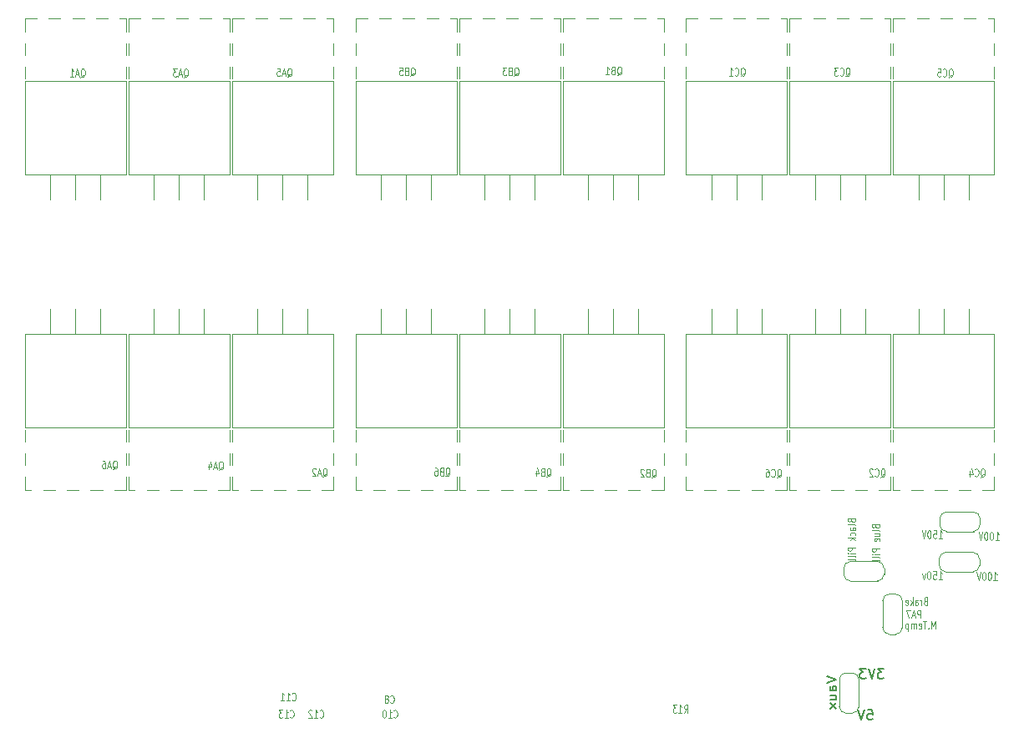
<source format=gbr>
%TF.GenerationSoftware,KiCad,Pcbnew,(6.0.0)*%
%TF.CreationDate,2022-10-29T00:53:35+03:00*%
%TF.ProjectId,CCC_ESC,4343435f-4553-4432-9e6b-696361645f70,rev?*%
%TF.SameCoordinates,Original*%
%TF.FileFunction,Legend,Bot*%
%TF.FilePolarity,Positive*%
%FSLAX46Y46*%
G04 Gerber Fmt 4.6, Leading zero omitted, Abs format (unit mm)*
G04 Created by KiCad (PCBNEW (6.0.0)) date 2022-10-29 00:53:35*
%MOMM*%
%LPD*%
G01*
G04 APERTURE LIST*
%ADD10C,0.120000*%
%ADD11C,0.150000*%
G04 APERTURE END LIST*
D10*
%TO.C,JP5*%
X143478571Y-107311904D02*
X143821428Y-107311904D01*
X143650000Y-107311904D02*
X143650000Y-106511904D01*
X143707142Y-106626190D01*
X143764285Y-106702380D01*
X143821428Y-106740476D01*
X142935714Y-106511904D02*
X143221428Y-106511904D01*
X143250000Y-106892857D01*
X143221428Y-106854761D01*
X143164285Y-106816666D01*
X143021428Y-106816666D01*
X142964285Y-106854761D01*
X142935714Y-106892857D01*
X142907142Y-106969047D01*
X142907142Y-107159523D01*
X142935714Y-107235714D01*
X142964285Y-107273809D01*
X143021428Y-107311904D01*
X143164285Y-107311904D01*
X143221428Y-107273809D01*
X143250000Y-107235714D01*
X142535714Y-106511904D02*
X142478571Y-106511904D01*
X142421428Y-106550000D01*
X142392857Y-106588095D01*
X142364285Y-106664285D01*
X142335714Y-106816666D01*
X142335714Y-107007142D01*
X142364285Y-107159523D01*
X142392857Y-107235714D01*
X142421428Y-107273809D01*
X142478571Y-107311904D01*
X142535714Y-107311904D01*
X142592857Y-107273809D01*
X142621428Y-107235714D01*
X142650000Y-107159523D01*
X142678571Y-107007142D01*
X142678571Y-106816666D01*
X142650000Y-106664285D01*
X142621428Y-106588095D01*
X142592857Y-106550000D01*
X142535714Y-106511904D01*
X142135714Y-106778571D02*
X141992857Y-107311904D01*
X141850000Y-106778571D01*
X149057142Y-107411904D02*
X149400000Y-107411904D01*
X149228571Y-107411904D02*
X149228571Y-106611904D01*
X149285714Y-106726190D01*
X149342857Y-106802380D01*
X149400000Y-106840476D01*
X148685714Y-106611904D02*
X148628571Y-106611904D01*
X148571428Y-106650000D01*
X148542857Y-106688095D01*
X148514285Y-106764285D01*
X148485714Y-106916666D01*
X148485714Y-107107142D01*
X148514285Y-107259523D01*
X148542857Y-107335714D01*
X148571428Y-107373809D01*
X148628571Y-107411904D01*
X148685714Y-107411904D01*
X148742857Y-107373809D01*
X148771428Y-107335714D01*
X148800000Y-107259523D01*
X148828571Y-107107142D01*
X148828571Y-106916666D01*
X148800000Y-106764285D01*
X148771428Y-106688095D01*
X148742857Y-106650000D01*
X148685714Y-106611904D01*
X148114285Y-106611904D02*
X148057142Y-106611904D01*
X148000000Y-106650000D01*
X147971428Y-106688095D01*
X147942857Y-106764285D01*
X147914285Y-106916666D01*
X147914285Y-107107142D01*
X147942857Y-107259523D01*
X147971428Y-107335714D01*
X148000000Y-107373809D01*
X148057142Y-107411904D01*
X148114285Y-107411904D01*
X148171428Y-107373809D01*
X148200000Y-107335714D01*
X148228571Y-107259523D01*
X148257142Y-107107142D01*
X148257142Y-106916666D01*
X148228571Y-106764285D01*
X148200000Y-106688095D01*
X148171428Y-106650000D01*
X148114285Y-106611904D01*
X147742857Y-106611904D02*
X147542857Y-107411904D01*
X147342857Y-106611904D01*
%TO.C,JP4*%
X143507142Y-103161904D02*
X143850000Y-103161904D01*
X143678571Y-103161904D02*
X143678571Y-102361904D01*
X143735714Y-102476190D01*
X143792857Y-102552380D01*
X143850000Y-102590476D01*
X142964285Y-102361904D02*
X143250000Y-102361904D01*
X143278571Y-102742857D01*
X143250000Y-102704761D01*
X143192857Y-102666666D01*
X143050000Y-102666666D01*
X142992857Y-102704761D01*
X142964285Y-102742857D01*
X142935714Y-102819047D01*
X142935714Y-103009523D01*
X142964285Y-103085714D01*
X142992857Y-103123809D01*
X143050000Y-103161904D01*
X143192857Y-103161904D01*
X143250000Y-103123809D01*
X143278571Y-103085714D01*
X142564285Y-102361904D02*
X142507142Y-102361904D01*
X142450000Y-102400000D01*
X142421428Y-102438095D01*
X142392857Y-102514285D01*
X142364285Y-102666666D01*
X142364285Y-102857142D01*
X142392857Y-103009523D01*
X142421428Y-103085714D01*
X142450000Y-103123809D01*
X142507142Y-103161904D01*
X142564285Y-103161904D01*
X142621428Y-103123809D01*
X142650000Y-103085714D01*
X142678571Y-103009523D01*
X142707142Y-102857142D01*
X142707142Y-102666666D01*
X142678571Y-102514285D01*
X142650000Y-102438095D01*
X142621428Y-102400000D01*
X142564285Y-102361904D01*
X142192857Y-102361904D02*
X141992857Y-103161904D01*
X141792857Y-102361904D01*
X149257142Y-103361904D02*
X149600000Y-103361904D01*
X149428571Y-103361904D02*
X149428571Y-102561904D01*
X149485714Y-102676190D01*
X149542857Y-102752380D01*
X149600000Y-102790476D01*
X148885714Y-102561904D02*
X148828571Y-102561904D01*
X148771428Y-102600000D01*
X148742857Y-102638095D01*
X148714285Y-102714285D01*
X148685714Y-102866666D01*
X148685714Y-103057142D01*
X148714285Y-103209523D01*
X148742857Y-103285714D01*
X148771428Y-103323809D01*
X148828571Y-103361904D01*
X148885714Y-103361904D01*
X148942857Y-103323809D01*
X148971428Y-103285714D01*
X149000000Y-103209523D01*
X149028571Y-103057142D01*
X149028571Y-102866666D01*
X149000000Y-102714285D01*
X148971428Y-102638095D01*
X148942857Y-102600000D01*
X148885714Y-102561904D01*
X148314285Y-102561904D02*
X148257142Y-102561904D01*
X148200000Y-102600000D01*
X148171428Y-102638095D01*
X148142857Y-102714285D01*
X148114285Y-102866666D01*
X148114285Y-103057142D01*
X148142857Y-103209523D01*
X148171428Y-103285714D01*
X148200000Y-103323809D01*
X148257142Y-103361904D01*
X148314285Y-103361904D01*
X148371428Y-103323809D01*
X148400000Y-103285714D01*
X148428571Y-103209523D01*
X148457142Y-103057142D01*
X148457142Y-102866666D01*
X148428571Y-102714285D01*
X148400000Y-102638095D01*
X148371428Y-102600000D01*
X148314285Y-102561904D01*
X147942857Y-102561904D02*
X147742857Y-103361904D01*
X147542857Y-102561904D01*
%TO.C,C10*%
X88254714Y-121313974D02*
X88283285Y-121352069D01*
X88369000Y-121390164D01*
X88426142Y-121390164D01*
X88511857Y-121352069D01*
X88569000Y-121275879D01*
X88597571Y-121199688D01*
X88626142Y-121047307D01*
X88626142Y-120933021D01*
X88597571Y-120780640D01*
X88569000Y-120704450D01*
X88511857Y-120628260D01*
X88426142Y-120590164D01*
X88369000Y-120590164D01*
X88283285Y-120628260D01*
X88254714Y-120666355D01*
X87683285Y-121390164D02*
X88026142Y-121390164D01*
X87854714Y-121390164D02*
X87854714Y-120590164D01*
X87911857Y-120704450D01*
X87969000Y-120780640D01*
X88026142Y-120818736D01*
X87311857Y-120590164D02*
X87254714Y-120590164D01*
X87197571Y-120628260D01*
X87169000Y-120666355D01*
X87140428Y-120742545D01*
X87111857Y-120894926D01*
X87111857Y-121085402D01*
X87140428Y-121237783D01*
X87169000Y-121313974D01*
X87197571Y-121352069D01*
X87254714Y-121390164D01*
X87311857Y-121390164D01*
X87369000Y-121352069D01*
X87397571Y-121313974D01*
X87426142Y-121237783D01*
X87454714Y-121085402D01*
X87454714Y-120894926D01*
X87426142Y-120742545D01*
X87397571Y-120666355D01*
X87369000Y-120628260D01*
X87311857Y-120590164D01*
%TO.C,C8*%
X87919000Y-119813974D02*
X87947571Y-119852069D01*
X88033285Y-119890164D01*
X88090428Y-119890164D01*
X88176142Y-119852069D01*
X88233285Y-119775879D01*
X88261857Y-119699688D01*
X88290428Y-119547307D01*
X88290428Y-119433021D01*
X88261857Y-119280640D01*
X88233285Y-119204450D01*
X88176142Y-119128260D01*
X88090428Y-119090164D01*
X88033285Y-119090164D01*
X87947571Y-119128260D01*
X87919000Y-119166355D01*
X87576142Y-119433021D02*
X87633285Y-119394926D01*
X87661857Y-119356831D01*
X87690428Y-119280640D01*
X87690428Y-119242545D01*
X87661857Y-119166355D01*
X87633285Y-119128260D01*
X87576142Y-119090164D01*
X87461857Y-119090164D01*
X87404714Y-119128260D01*
X87376142Y-119166355D01*
X87347571Y-119242545D01*
X87347571Y-119280640D01*
X87376142Y-119356831D01*
X87404714Y-119394926D01*
X87461857Y-119433021D01*
X87576142Y-119433021D01*
X87633285Y-119471117D01*
X87661857Y-119509212D01*
X87690428Y-119585402D01*
X87690428Y-119737783D01*
X87661857Y-119813974D01*
X87633285Y-119852069D01*
X87576142Y-119890164D01*
X87461857Y-119890164D01*
X87404714Y-119852069D01*
X87376142Y-119813974D01*
X87347571Y-119737783D01*
X87347571Y-119585402D01*
X87376142Y-119509212D01*
X87404714Y-119471117D01*
X87461857Y-119433021D01*
%TO.C,C12*%
X80754714Y-121313974D02*
X80783285Y-121352069D01*
X80869000Y-121390164D01*
X80926142Y-121390164D01*
X81011857Y-121352069D01*
X81069000Y-121275879D01*
X81097571Y-121199688D01*
X81126142Y-121047307D01*
X81126142Y-120933021D01*
X81097571Y-120780640D01*
X81069000Y-120704450D01*
X81011857Y-120628260D01*
X80926142Y-120590164D01*
X80869000Y-120590164D01*
X80783285Y-120628260D01*
X80754714Y-120666355D01*
X80183285Y-121390164D02*
X80526142Y-121390164D01*
X80354714Y-121390164D02*
X80354714Y-120590164D01*
X80411857Y-120704450D01*
X80469000Y-120780640D01*
X80526142Y-120818736D01*
X79954714Y-120666355D02*
X79926142Y-120628260D01*
X79869000Y-120590164D01*
X79726142Y-120590164D01*
X79669000Y-120628260D01*
X79640428Y-120666355D01*
X79611857Y-120742545D01*
X79611857Y-120818736D01*
X79640428Y-120933021D01*
X79983285Y-121390164D01*
X79611857Y-121390164D01*
%TO.C,C13*%
X77755714Y-121313974D02*
X77784285Y-121352069D01*
X77870000Y-121390164D01*
X77927142Y-121390164D01*
X78012857Y-121352069D01*
X78070000Y-121275879D01*
X78098571Y-121199688D01*
X78127142Y-121047307D01*
X78127142Y-120933021D01*
X78098571Y-120780640D01*
X78070000Y-120704450D01*
X78012857Y-120628260D01*
X77927142Y-120590164D01*
X77870000Y-120590164D01*
X77784285Y-120628260D01*
X77755714Y-120666355D01*
X77184285Y-121390164D02*
X77527142Y-121390164D01*
X77355714Y-121390164D02*
X77355714Y-120590164D01*
X77412857Y-120704450D01*
X77470000Y-120780640D01*
X77527142Y-120818736D01*
X76984285Y-120590164D02*
X76612857Y-120590164D01*
X76812857Y-120894926D01*
X76727142Y-120894926D01*
X76670000Y-120933021D01*
X76641428Y-120971117D01*
X76612857Y-121047307D01*
X76612857Y-121237783D01*
X76641428Y-121313974D01*
X76670000Y-121352069D01*
X76727142Y-121390164D01*
X76898571Y-121390164D01*
X76955714Y-121352069D01*
X76984285Y-121313974D01*
%TO.C,C11*%
X77954714Y-119563974D02*
X77983285Y-119602069D01*
X78069000Y-119640164D01*
X78126142Y-119640164D01*
X78211857Y-119602069D01*
X78269000Y-119525879D01*
X78297571Y-119449688D01*
X78326142Y-119297307D01*
X78326142Y-119183021D01*
X78297571Y-119030640D01*
X78269000Y-118954450D01*
X78211857Y-118878260D01*
X78126142Y-118840164D01*
X78069000Y-118840164D01*
X77983285Y-118878260D01*
X77954714Y-118916355D01*
X77383285Y-119640164D02*
X77726142Y-119640164D01*
X77554714Y-119640164D02*
X77554714Y-118840164D01*
X77611857Y-118954450D01*
X77669000Y-119030640D01*
X77726142Y-119068736D01*
X76811857Y-119640164D02*
X77154714Y-119640164D01*
X76983285Y-119640164D02*
X76983285Y-118840164D01*
X77040428Y-118954450D01*
X77097571Y-119030640D01*
X77154714Y-119068736D01*
%TO.C,R13*%
X117704714Y-120890164D02*
X117904714Y-120509212D01*
X118047571Y-120890164D02*
X118047571Y-120090164D01*
X117819000Y-120090164D01*
X117761857Y-120128260D01*
X117733285Y-120166355D01*
X117704714Y-120242545D01*
X117704714Y-120356831D01*
X117733285Y-120433021D01*
X117761857Y-120471117D01*
X117819000Y-120509212D01*
X118047571Y-120509212D01*
X117133285Y-120890164D02*
X117476142Y-120890164D01*
X117304714Y-120890164D02*
X117304714Y-120090164D01*
X117361857Y-120204450D01*
X117419000Y-120280640D01*
X117476142Y-120318736D01*
X116933285Y-120090164D02*
X116561857Y-120090164D01*
X116761857Y-120394926D01*
X116676142Y-120394926D01*
X116619000Y-120433021D01*
X116590428Y-120471117D01*
X116561857Y-120547307D01*
X116561857Y-120737783D01*
X116590428Y-120813974D01*
X116619000Y-120852069D01*
X116676142Y-120890164D01*
X116847571Y-120890164D01*
X116904714Y-120852069D01*
X116933285Y-120813974D01*
D11*
%TO.C,JP1*%
X132131380Y-117205402D02*
X133131380Y-117538736D01*
X132131380Y-117872069D01*
X133131380Y-118633974D02*
X132607571Y-118633974D01*
X132512333Y-118586355D01*
X132464714Y-118491117D01*
X132464714Y-118300640D01*
X132512333Y-118205402D01*
X133083761Y-118633974D02*
X133131380Y-118538736D01*
X133131380Y-118300640D01*
X133083761Y-118205402D01*
X132988523Y-118157783D01*
X132893285Y-118157783D01*
X132798047Y-118205402D01*
X132750428Y-118300640D01*
X132750428Y-118538736D01*
X132702809Y-118633974D01*
X132464714Y-119538736D02*
X133131380Y-119538736D01*
X132464714Y-119110164D02*
X132988523Y-119110164D01*
X133083761Y-119157783D01*
X133131380Y-119253021D01*
X133131380Y-119395879D01*
X133083761Y-119491117D01*
X133036142Y-119538736D01*
X133131380Y-119919688D02*
X132464714Y-120443498D01*
X132464714Y-119919688D02*
X133131380Y-120443498D01*
X136299476Y-120580640D02*
X136775666Y-120580640D01*
X136823285Y-121056831D01*
X136775666Y-121009212D01*
X136680428Y-120961593D01*
X136442333Y-120961593D01*
X136347095Y-121009212D01*
X136299476Y-121056831D01*
X136251857Y-121152069D01*
X136251857Y-121390164D01*
X136299476Y-121485402D01*
X136347095Y-121533021D01*
X136442333Y-121580640D01*
X136680428Y-121580640D01*
X136775666Y-121533021D01*
X136823285Y-121485402D01*
X135966142Y-120580640D02*
X135632809Y-121580640D01*
X135299476Y-120580640D01*
X137937095Y-116410640D02*
X137318047Y-116410640D01*
X137651380Y-116791593D01*
X137508523Y-116791593D01*
X137413285Y-116839212D01*
X137365666Y-116886831D01*
X137318047Y-116982069D01*
X137318047Y-117220164D01*
X137365666Y-117315402D01*
X137413285Y-117363021D01*
X137508523Y-117410640D01*
X137794238Y-117410640D01*
X137889476Y-117363021D01*
X137937095Y-117315402D01*
X137032333Y-116410640D02*
X136699000Y-117410640D01*
X136365666Y-116410640D01*
X136127571Y-116410640D02*
X135508523Y-116410640D01*
X135841857Y-116791593D01*
X135699000Y-116791593D01*
X135603761Y-116839212D01*
X135556142Y-116886831D01*
X135508523Y-116982069D01*
X135508523Y-117220164D01*
X135556142Y-117315402D01*
X135603761Y-117363021D01*
X135699000Y-117410640D01*
X135984714Y-117410640D01*
X136079952Y-117363021D01*
X136127571Y-117315402D01*
D10*
%TO.C,QB4*%
X103757142Y-96938095D02*
X103814285Y-96900000D01*
X103871428Y-96823809D01*
X103957142Y-96709523D01*
X104014285Y-96671428D01*
X104071428Y-96671428D01*
X104042857Y-96861904D02*
X104100000Y-96823809D01*
X104157142Y-96747619D01*
X104185714Y-96595238D01*
X104185714Y-96328571D01*
X104157142Y-96176190D01*
X104100000Y-96100000D01*
X104042857Y-96061904D01*
X103928571Y-96061904D01*
X103871428Y-96100000D01*
X103814285Y-96176190D01*
X103785714Y-96328571D01*
X103785714Y-96595238D01*
X103814285Y-96747619D01*
X103871428Y-96823809D01*
X103928571Y-96861904D01*
X104042857Y-96861904D01*
X103328571Y-96442857D02*
X103242857Y-96480952D01*
X103214285Y-96519047D01*
X103185714Y-96595238D01*
X103185714Y-96709523D01*
X103214285Y-96785714D01*
X103242857Y-96823809D01*
X103300000Y-96861904D01*
X103528571Y-96861904D01*
X103528571Y-96061904D01*
X103328571Y-96061904D01*
X103271428Y-96100000D01*
X103242857Y-96138095D01*
X103214285Y-96214285D01*
X103214285Y-96290476D01*
X103242857Y-96366666D01*
X103271428Y-96404761D01*
X103328571Y-96442857D01*
X103528571Y-96442857D01*
X102671428Y-96328571D02*
X102671428Y-96861904D01*
X102814285Y-96023809D02*
X102957142Y-96595238D01*
X102585714Y-96595238D01*
%TO.C,QB5*%
X89957142Y-56288095D02*
X90014285Y-56250000D01*
X90071428Y-56173809D01*
X90157142Y-56059523D01*
X90214285Y-56021428D01*
X90271428Y-56021428D01*
X90242857Y-56211904D02*
X90300000Y-56173809D01*
X90357142Y-56097619D01*
X90385714Y-55945238D01*
X90385714Y-55678571D01*
X90357142Y-55526190D01*
X90300000Y-55450000D01*
X90242857Y-55411904D01*
X90128571Y-55411904D01*
X90071428Y-55450000D01*
X90014285Y-55526190D01*
X89985714Y-55678571D01*
X89985714Y-55945238D01*
X90014285Y-56097619D01*
X90071428Y-56173809D01*
X90128571Y-56211904D01*
X90242857Y-56211904D01*
X89528571Y-55792857D02*
X89442857Y-55830952D01*
X89414285Y-55869047D01*
X89385714Y-55945238D01*
X89385714Y-56059523D01*
X89414285Y-56135714D01*
X89442857Y-56173809D01*
X89500000Y-56211904D01*
X89728571Y-56211904D01*
X89728571Y-55411904D01*
X89528571Y-55411904D01*
X89471428Y-55450000D01*
X89442857Y-55488095D01*
X89414285Y-55564285D01*
X89414285Y-55640476D01*
X89442857Y-55716666D01*
X89471428Y-55754761D01*
X89528571Y-55792857D01*
X89728571Y-55792857D01*
X88842857Y-55411904D02*
X89128571Y-55411904D01*
X89157142Y-55792857D01*
X89128571Y-55754761D01*
X89071428Y-55716666D01*
X88928571Y-55716666D01*
X88871428Y-55754761D01*
X88842857Y-55792857D01*
X88814285Y-55869047D01*
X88814285Y-56059523D01*
X88842857Y-56135714D01*
X88871428Y-56173809D01*
X88928571Y-56211904D01*
X89071428Y-56211904D01*
X89128571Y-56173809D01*
X89157142Y-56135714D01*
%TO.C,QA3*%
X66964285Y-56438095D02*
X67021428Y-56400000D01*
X67078571Y-56323809D01*
X67164285Y-56209523D01*
X67221428Y-56171428D01*
X67278571Y-56171428D01*
X67250000Y-56361904D02*
X67307142Y-56323809D01*
X67364285Y-56247619D01*
X67392857Y-56095238D01*
X67392857Y-55828571D01*
X67364285Y-55676190D01*
X67307142Y-55600000D01*
X67250000Y-55561904D01*
X67135714Y-55561904D01*
X67078571Y-55600000D01*
X67021428Y-55676190D01*
X66992857Y-55828571D01*
X66992857Y-56095238D01*
X67021428Y-56247619D01*
X67078571Y-56323809D01*
X67135714Y-56361904D01*
X67250000Y-56361904D01*
X66764285Y-56133333D02*
X66478571Y-56133333D01*
X66821428Y-56361904D02*
X66621428Y-55561904D01*
X66421428Y-56361904D01*
X66278571Y-55561904D02*
X65907142Y-55561904D01*
X66107142Y-55866666D01*
X66021428Y-55866666D01*
X65964285Y-55904761D01*
X65935714Y-55942857D01*
X65907142Y-56019047D01*
X65907142Y-56209523D01*
X65935714Y-56285714D01*
X65964285Y-56323809D01*
X66021428Y-56361904D01*
X66192857Y-56361904D01*
X66250000Y-56323809D01*
X66278571Y-56285714D01*
%TO.C,QC6*%
X127107142Y-97038095D02*
X127164285Y-97000000D01*
X127221428Y-96923809D01*
X127307142Y-96809523D01*
X127364285Y-96771428D01*
X127421428Y-96771428D01*
X127392857Y-96961904D02*
X127450000Y-96923809D01*
X127507142Y-96847619D01*
X127535714Y-96695238D01*
X127535714Y-96428571D01*
X127507142Y-96276190D01*
X127450000Y-96200000D01*
X127392857Y-96161904D01*
X127278571Y-96161904D01*
X127221428Y-96200000D01*
X127164285Y-96276190D01*
X127135714Y-96428571D01*
X127135714Y-96695238D01*
X127164285Y-96847619D01*
X127221428Y-96923809D01*
X127278571Y-96961904D01*
X127392857Y-96961904D01*
X126535714Y-96885714D02*
X126564285Y-96923809D01*
X126650000Y-96961904D01*
X126707142Y-96961904D01*
X126792857Y-96923809D01*
X126850000Y-96847619D01*
X126878571Y-96771428D01*
X126907142Y-96619047D01*
X126907142Y-96504761D01*
X126878571Y-96352380D01*
X126850000Y-96276190D01*
X126792857Y-96200000D01*
X126707142Y-96161904D01*
X126650000Y-96161904D01*
X126564285Y-96200000D01*
X126535714Y-96238095D01*
X126021428Y-96161904D02*
X126135714Y-96161904D01*
X126192857Y-96200000D01*
X126221428Y-96238095D01*
X126278571Y-96352380D01*
X126307142Y-96504761D01*
X126307142Y-96809523D01*
X126278571Y-96885714D01*
X126250000Y-96923809D01*
X126192857Y-96961904D01*
X126078571Y-96961904D01*
X126021428Y-96923809D01*
X125992857Y-96885714D01*
X125964285Y-96809523D01*
X125964285Y-96619047D01*
X125992857Y-96542857D01*
X126021428Y-96504761D01*
X126078571Y-96466666D01*
X126192857Y-96466666D01*
X126250000Y-96504761D01*
X126278571Y-96542857D01*
X126307142Y-96619047D01*
%TO.C,QC5*%
X144507142Y-56438095D02*
X144564285Y-56400000D01*
X144621428Y-56323809D01*
X144707142Y-56209523D01*
X144764285Y-56171428D01*
X144821428Y-56171428D01*
X144792857Y-56361904D02*
X144850000Y-56323809D01*
X144907142Y-56247619D01*
X144935714Y-56095238D01*
X144935714Y-55828571D01*
X144907142Y-55676190D01*
X144850000Y-55600000D01*
X144792857Y-55561904D01*
X144678571Y-55561904D01*
X144621428Y-55600000D01*
X144564285Y-55676190D01*
X144535714Y-55828571D01*
X144535714Y-56095238D01*
X144564285Y-56247619D01*
X144621428Y-56323809D01*
X144678571Y-56361904D01*
X144792857Y-56361904D01*
X143935714Y-56285714D02*
X143964285Y-56323809D01*
X144050000Y-56361904D01*
X144107142Y-56361904D01*
X144192857Y-56323809D01*
X144250000Y-56247619D01*
X144278571Y-56171428D01*
X144307142Y-56019047D01*
X144307142Y-55904761D01*
X144278571Y-55752380D01*
X144250000Y-55676190D01*
X144192857Y-55600000D01*
X144107142Y-55561904D01*
X144050000Y-55561904D01*
X143964285Y-55600000D01*
X143935714Y-55638095D01*
X143392857Y-55561904D02*
X143678571Y-55561904D01*
X143707142Y-55942857D01*
X143678571Y-55904761D01*
X143621428Y-55866666D01*
X143478571Y-55866666D01*
X143421428Y-55904761D01*
X143392857Y-55942857D01*
X143364285Y-56019047D01*
X143364285Y-56209523D01*
X143392857Y-56285714D01*
X143421428Y-56323809D01*
X143478571Y-56361904D01*
X143621428Y-56361904D01*
X143678571Y-56323809D01*
X143707142Y-56285714D01*
%TO.C,QC4*%
X147757142Y-96988095D02*
X147814285Y-96950000D01*
X147871428Y-96873809D01*
X147957142Y-96759523D01*
X148014285Y-96721428D01*
X148071428Y-96721428D01*
X148042857Y-96911904D02*
X148100000Y-96873809D01*
X148157142Y-96797619D01*
X148185714Y-96645238D01*
X148185714Y-96378571D01*
X148157142Y-96226190D01*
X148100000Y-96150000D01*
X148042857Y-96111904D01*
X147928571Y-96111904D01*
X147871428Y-96150000D01*
X147814285Y-96226190D01*
X147785714Y-96378571D01*
X147785714Y-96645238D01*
X147814285Y-96797619D01*
X147871428Y-96873809D01*
X147928571Y-96911904D01*
X148042857Y-96911904D01*
X147185714Y-96835714D02*
X147214285Y-96873809D01*
X147300000Y-96911904D01*
X147357142Y-96911904D01*
X147442857Y-96873809D01*
X147500000Y-96797619D01*
X147528571Y-96721428D01*
X147557142Y-96569047D01*
X147557142Y-96454761D01*
X147528571Y-96302380D01*
X147500000Y-96226190D01*
X147442857Y-96150000D01*
X147357142Y-96111904D01*
X147300000Y-96111904D01*
X147214285Y-96150000D01*
X147185714Y-96188095D01*
X146671428Y-96378571D02*
X146671428Y-96911904D01*
X146814285Y-96073809D02*
X146957142Y-96645238D01*
X146585714Y-96645238D01*
%TO.C,JP3*%
X134642857Y-101378571D02*
X134680952Y-101464285D01*
X134719047Y-101492857D01*
X134795238Y-101521428D01*
X134909523Y-101521428D01*
X134985714Y-101492857D01*
X135023809Y-101464285D01*
X135061904Y-101407142D01*
X135061904Y-101178571D01*
X134261904Y-101178571D01*
X134261904Y-101378571D01*
X134300000Y-101435714D01*
X134338095Y-101464285D01*
X134414285Y-101492857D01*
X134490476Y-101492857D01*
X134566666Y-101464285D01*
X134604761Y-101435714D01*
X134642857Y-101378571D01*
X134642857Y-101178571D01*
X135061904Y-101864285D02*
X135023809Y-101807142D01*
X134947619Y-101778571D01*
X134261904Y-101778571D01*
X135061904Y-102350000D02*
X134642857Y-102350000D01*
X134566666Y-102321428D01*
X134528571Y-102264285D01*
X134528571Y-102150000D01*
X134566666Y-102092857D01*
X135023809Y-102350000D02*
X135061904Y-102292857D01*
X135061904Y-102150000D01*
X135023809Y-102092857D01*
X134947619Y-102064285D01*
X134871428Y-102064285D01*
X134795238Y-102092857D01*
X134757142Y-102150000D01*
X134757142Y-102292857D01*
X134719047Y-102350000D01*
X135023809Y-102892857D02*
X135061904Y-102835714D01*
X135061904Y-102721428D01*
X135023809Y-102664285D01*
X134985714Y-102635714D01*
X134909523Y-102607142D01*
X134680952Y-102607142D01*
X134604761Y-102635714D01*
X134566666Y-102664285D01*
X134528571Y-102721428D01*
X134528571Y-102835714D01*
X134566666Y-102892857D01*
X135061904Y-103150000D02*
X134261904Y-103150000D01*
X134757142Y-103207142D02*
X135061904Y-103378571D01*
X134528571Y-103378571D02*
X134833333Y-103150000D01*
X135061904Y-104092857D02*
X134261904Y-104092857D01*
X134261904Y-104321428D01*
X134300000Y-104378571D01*
X134338095Y-104407142D01*
X134414285Y-104435714D01*
X134528571Y-104435714D01*
X134604761Y-104407142D01*
X134642857Y-104378571D01*
X134680952Y-104321428D01*
X134680952Y-104092857D01*
X135061904Y-104692857D02*
X134528571Y-104692857D01*
X134261904Y-104692857D02*
X134300000Y-104664285D01*
X134338095Y-104692857D01*
X134300000Y-104721428D01*
X134261904Y-104692857D01*
X134338095Y-104692857D01*
X135061904Y-105064285D02*
X135023809Y-105007142D01*
X134947619Y-104978571D01*
X134261904Y-104978571D01*
X135061904Y-105378571D02*
X135023809Y-105321428D01*
X134947619Y-105292857D01*
X134261904Y-105292857D01*
X137092857Y-101971428D02*
X137130952Y-102057142D01*
X137169047Y-102085714D01*
X137245238Y-102114285D01*
X137359523Y-102114285D01*
X137435714Y-102085714D01*
X137473809Y-102057142D01*
X137511904Y-102000000D01*
X137511904Y-101771428D01*
X136711904Y-101771428D01*
X136711904Y-101971428D01*
X136750000Y-102028571D01*
X136788095Y-102057142D01*
X136864285Y-102085714D01*
X136940476Y-102085714D01*
X137016666Y-102057142D01*
X137054761Y-102028571D01*
X137092857Y-101971428D01*
X137092857Y-101771428D01*
X137511904Y-102457142D02*
X137473809Y-102400000D01*
X137397619Y-102371428D01*
X136711904Y-102371428D01*
X136978571Y-102942857D02*
X137511904Y-102942857D01*
X136978571Y-102685714D02*
X137397619Y-102685714D01*
X137473809Y-102714285D01*
X137511904Y-102771428D01*
X137511904Y-102857142D01*
X137473809Y-102914285D01*
X137435714Y-102942857D01*
X137473809Y-103457142D02*
X137511904Y-103400000D01*
X137511904Y-103285714D01*
X137473809Y-103228571D01*
X137397619Y-103200000D01*
X137092857Y-103200000D01*
X137016666Y-103228571D01*
X136978571Y-103285714D01*
X136978571Y-103400000D01*
X137016666Y-103457142D01*
X137092857Y-103485714D01*
X137169047Y-103485714D01*
X137245238Y-103200000D01*
X137511904Y-104200000D02*
X136711904Y-104200000D01*
X136711904Y-104428571D01*
X136750000Y-104485714D01*
X136788095Y-104514285D01*
X136864285Y-104542857D01*
X136978571Y-104542857D01*
X137054761Y-104514285D01*
X137092857Y-104485714D01*
X137130952Y-104428571D01*
X137130952Y-104200000D01*
X137511904Y-104800000D02*
X136978571Y-104800000D01*
X136711904Y-104800000D02*
X136750000Y-104771428D01*
X136788095Y-104800000D01*
X136750000Y-104828571D01*
X136711904Y-104800000D01*
X136788095Y-104800000D01*
X137511904Y-105171428D02*
X137473809Y-105114285D01*
X137397619Y-105085714D01*
X136711904Y-105085714D01*
X137511904Y-105485714D02*
X137473809Y-105428571D01*
X137397619Y-105400000D01*
X136711904Y-105400000D01*
%TO.C,QA6*%
X59764285Y-96188095D02*
X59821428Y-96150000D01*
X59878571Y-96073809D01*
X59964285Y-95959523D01*
X60021428Y-95921428D01*
X60078571Y-95921428D01*
X60050000Y-96111904D02*
X60107142Y-96073809D01*
X60164285Y-95997619D01*
X60192857Y-95845238D01*
X60192857Y-95578571D01*
X60164285Y-95426190D01*
X60107142Y-95350000D01*
X60050000Y-95311904D01*
X59935714Y-95311904D01*
X59878571Y-95350000D01*
X59821428Y-95426190D01*
X59792857Y-95578571D01*
X59792857Y-95845238D01*
X59821428Y-95997619D01*
X59878571Y-96073809D01*
X59935714Y-96111904D01*
X60050000Y-96111904D01*
X59564285Y-95883333D02*
X59278571Y-95883333D01*
X59621428Y-96111904D02*
X59421428Y-95311904D01*
X59221428Y-96111904D01*
X58764285Y-95311904D02*
X58878571Y-95311904D01*
X58935714Y-95350000D01*
X58964285Y-95388095D01*
X59021428Y-95502380D01*
X59050000Y-95654761D01*
X59050000Y-95959523D01*
X59021428Y-96035714D01*
X58992857Y-96073809D01*
X58935714Y-96111904D01*
X58821428Y-96111904D01*
X58764285Y-96073809D01*
X58735714Y-96035714D01*
X58707142Y-95959523D01*
X58707142Y-95769047D01*
X58735714Y-95692857D01*
X58764285Y-95654761D01*
X58821428Y-95616666D01*
X58935714Y-95616666D01*
X58992857Y-95654761D01*
X59021428Y-95692857D01*
X59050000Y-95769047D01*
%TO.C,QB6*%
X93507142Y-96888095D02*
X93564285Y-96850000D01*
X93621428Y-96773809D01*
X93707142Y-96659523D01*
X93764285Y-96621428D01*
X93821428Y-96621428D01*
X93792857Y-96811904D02*
X93850000Y-96773809D01*
X93907142Y-96697619D01*
X93935714Y-96545238D01*
X93935714Y-96278571D01*
X93907142Y-96126190D01*
X93850000Y-96050000D01*
X93792857Y-96011904D01*
X93678571Y-96011904D01*
X93621428Y-96050000D01*
X93564285Y-96126190D01*
X93535714Y-96278571D01*
X93535714Y-96545238D01*
X93564285Y-96697619D01*
X93621428Y-96773809D01*
X93678571Y-96811904D01*
X93792857Y-96811904D01*
X93078571Y-96392857D02*
X92992857Y-96430952D01*
X92964285Y-96469047D01*
X92935714Y-96545238D01*
X92935714Y-96659523D01*
X92964285Y-96735714D01*
X92992857Y-96773809D01*
X93050000Y-96811904D01*
X93278571Y-96811904D01*
X93278571Y-96011904D01*
X93078571Y-96011904D01*
X93021428Y-96050000D01*
X92992857Y-96088095D01*
X92964285Y-96164285D01*
X92964285Y-96240476D01*
X92992857Y-96316666D01*
X93021428Y-96354761D01*
X93078571Y-96392857D01*
X93278571Y-96392857D01*
X92421428Y-96011904D02*
X92535714Y-96011904D01*
X92592857Y-96050000D01*
X92621428Y-96088095D01*
X92678571Y-96202380D01*
X92707142Y-96354761D01*
X92707142Y-96659523D01*
X92678571Y-96735714D01*
X92650000Y-96773809D01*
X92592857Y-96811904D01*
X92478571Y-96811904D01*
X92421428Y-96773809D01*
X92392857Y-96735714D01*
X92364285Y-96659523D01*
X92364285Y-96469047D01*
X92392857Y-96392857D01*
X92421428Y-96354761D01*
X92478571Y-96316666D01*
X92592857Y-96316666D01*
X92650000Y-96354761D01*
X92678571Y-96392857D01*
X92707142Y-96469047D01*
%TO.C,QB2*%
X114407142Y-97038095D02*
X114464285Y-97000000D01*
X114521428Y-96923809D01*
X114607142Y-96809523D01*
X114664285Y-96771428D01*
X114721428Y-96771428D01*
X114692857Y-96961904D02*
X114750000Y-96923809D01*
X114807142Y-96847619D01*
X114835714Y-96695238D01*
X114835714Y-96428571D01*
X114807142Y-96276190D01*
X114750000Y-96200000D01*
X114692857Y-96161904D01*
X114578571Y-96161904D01*
X114521428Y-96200000D01*
X114464285Y-96276190D01*
X114435714Y-96428571D01*
X114435714Y-96695238D01*
X114464285Y-96847619D01*
X114521428Y-96923809D01*
X114578571Y-96961904D01*
X114692857Y-96961904D01*
X113978571Y-96542857D02*
X113892857Y-96580952D01*
X113864285Y-96619047D01*
X113835714Y-96695238D01*
X113835714Y-96809523D01*
X113864285Y-96885714D01*
X113892857Y-96923809D01*
X113950000Y-96961904D01*
X114178571Y-96961904D01*
X114178571Y-96161904D01*
X113978571Y-96161904D01*
X113921428Y-96200000D01*
X113892857Y-96238095D01*
X113864285Y-96314285D01*
X113864285Y-96390476D01*
X113892857Y-96466666D01*
X113921428Y-96504761D01*
X113978571Y-96542857D01*
X114178571Y-96542857D01*
X113607142Y-96238095D02*
X113578571Y-96200000D01*
X113521428Y-96161904D01*
X113378571Y-96161904D01*
X113321428Y-96200000D01*
X113292857Y-96238095D01*
X113264285Y-96314285D01*
X113264285Y-96390476D01*
X113292857Y-96504761D01*
X113635714Y-96961904D01*
X113264285Y-96961904D01*
%TO.C,QA5*%
X77464285Y-56388095D02*
X77521428Y-56350000D01*
X77578571Y-56273809D01*
X77664285Y-56159523D01*
X77721428Y-56121428D01*
X77778571Y-56121428D01*
X77750000Y-56311904D02*
X77807142Y-56273809D01*
X77864285Y-56197619D01*
X77892857Y-56045238D01*
X77892857Y-55778571D01*
X77864285Y-55626190D01*
X77807142Y-55550000D01*
X77750000Y-55511904D01*
X77635714Y-55511904D01*
X77578571Y-55550000D01*
X77521428Y-55626190D01*
X77492857Y-55778571D01*
X77492857Y-56045238D01*
X77521428Y-56197619D01*
X77578571Y-56273809D01*
X77635714Y-56311904D01*
X77750000Y-56311904D01*
X77264285Y-56083333D02*
X76978571Y-56083333D01*
X77321428Y-56311904D02*
X77121428Y-55511904D01*
X76921428Y-56311904D01*
X76435714Y-55511904D02*
X76721428Y-55511904D01*
X76750000Y-55892857D01*
X76721428Y-55854761D01*
X76664285Y-55816666D01*
X76521428Y-55816666D01*
X76464285Y-55854761D01*
X76435714Y-55892857D01*
X76407142Y-55969047D01*
X76407142Y-56159523D01*
X76435714Y-56235714D01*
X76464285Y-56273809D01*
X76521428Y-56311904D01*
X76664285Y-56311904D01*
X76721428Y-56273809D01*
X76750000Y-56235714D01*
%TO.C,JP2*%
X143150000Y-112361904D02*
X143150000Y-111561904D01*
X142950000Y-112133333D01*
X142750000Y-111561904D01*
X142750000Y-112361904D01*
X142464285Y-112285714D02*
X142435714Y-112323809D01*
X142464285Y-112361904D01*
X142492857Y-112323809D01*
X142464285Y-112285714D01*
X142464285Y-112361904D01*
X142264285Y-111561904D02*
X141921428Y-111561904D01*
X142092857Y-112361904D02*
X142092857Y-111561904D01*
X141492857Y-112323809D02*
X141550000Y-112361904D01*
X141664285Y-112361904D01*
X141721428Y-112323809D01*
X141750000Y-112247619D01*
X141750000Y-111942857D01*
X141721428Y-111866666D01*
X141664285Y-111828571D01*
X141550000Y-111828571D01*
X141492857Y-111866666D01*
X141464285Y-111942857D01*
X141464285Y-112019047D01*
X141750000Y-112095238D01*
X141207142Y-112361904D02*
X141207142Y-111828571D01*
X141207142Y-111904761D02*
X141178571Y-111866666D01*
X141121428Y-111828571D01*
X141035714Y-111828571D01*
X140978571Y-111866666D01*
X140950000Y-111942857D01*
X140950000Y-112361904D01*
X140950000Y-111942857D02*
X140921428Y-111866666D01*
X140864285Y-111828571D01*
X140778571Y-111828571D01*
X140721428Y-111866666D01*
X140692857Y-111942857D01*
X140692857Y-112361904D01*
X140407142Y-111828571D02*
X140407142Y-112628571D01*
X140407142Y-111866666D02*
X140350000Y-111828571D01*
X140235714Y-111828571D01*
X140178571Y-111866666D01*
X140150000Y-111904761D01*
X140121428Y-111980952D01*
X140121428Y-112209523D01*
X140150000Y-112285714D01*
X140178571Y-112323809D01*
X140235714Y-112361904D01*
X140350000Y-112361904D01*
X140407142Y-112323809D01*
X142164285Y-109542857D02*
X142078571Y-109580952D01*
X142050000Y-109619047D01*
X142021428Y-109695238D01*
X142021428Y-109809523D01*
X142050000Y-109885714D01*
X142078571Y-109923809D01*
X142135714Y-109961904D01*
X142364285Y-109961904D01*
X142364285Y-109161904D01*
X142164285Y-109161904D01*
X142107142Y-109200000D01*
X142078571Y-109238095D01*
X142050000Y-109314285D01*
X142050000Y-109390476D01*
X142078571Y-109466666D01*
X142107142Y-109504761D01*
X142164285Y-109542857D01*
X142364285Y-109542857D01*
X141764285Y-109961904D02*
X141764285Y-109428571D01*
X141764285Y-109580952D02*
X141735714Y-109504761D01*
X141707142Y-109466666D01*
X141650000Y-109428571D01*
X141592857Y-109428571D01*
X141135714Y-109961904D02*
X141135714Y-109542857D01*
X141164285Y-109466666D01*
X141221428Y-109428571D01*
X141335714Y-109428571D01*
X141392857Y-109466666D01*
X141135714Y-109923809D02*
X141192857Y-109961904D01*
X141335714Y-109961904D01*
X141392857Y-109923809D01*
X141421428Y-109847619D01*
X141421428Y-109771428D01*
X141392857Y-109695238D01*
X141335714Y-109657142D01*
X141192857Y-109657142D01*
X141135714Y-109619047D01*
X140850000Y-109961904D02*
X140850000Y-109161904D01*
X140792857Y-109657142D02*
X140621428Y-109961904D01*
X140621428Y-109428571D02*
X140850000Y-109733333D01*
X140135714Y-109923809D02*
X140192857Y-109961904D01*
X140307142Y-109961904D01*
X140364285Y-109923809D01*
X140392857Y-109847619D01*
X140392857Y-109542857D01*
X140364285Y-109466666D01*
X140307142Y-109428571D01*
X140192857Y-109428571D01*
X140135714Y-109466666D01*
X140107142Y-109542857D01*
X140107142Y-109619047D01*
X140392857Y-109695238D01*
X141650000Y-111261904D02*
X141650000Y-110461904D01*
X141421428Y-110461904D01*
X141364285Y-110500000D01*
X141335714Y-110538095D01*
X141307142Y-110614285D01*
X141307142Y-110728571D01*
X141335714Y-110804761D01*
X141364285Y-110842857D01*
X141421428Y-110880952D01*
X141650000Y-110880952D01*
X141078571Y-111033333D02*
X140792857Y-111033333D01*
X141135714Y-111261904D02*
X140935714Y-110461904D01*
X140735714Y-111261904D01*
X140592857Y-110461904D02*
X140192857Y-110461904D01*
X140450000Y-111261904D01*
%TO.C,QA1*%
X56514285Y-56438095D02*
X56571428Y-56400000D01*
X56628571Y-56323809D01*
X56714285Y-56209523D01*
X56771428Y-56171428D01*
X56828571Y-56171428D01*
X56800000Y-56361904D02*
X56857142Y-56323809D01*
X56914285Y-56247619D01*
X56942857Y-56095238D01*
X56942857Y-55828571D01*
X56914285Y-55676190D01*
X56857142Y-55600000D01*
X56800000Y-55561904D01*
X56685714Y-55561904D01*
X56628571Y-55600000D01*
X56571428Y-55676190D01*
X56542857Y-55828571D01*
X56542857Y-56095238D01*
X56571428Y-56247619D01*
X56628571Y-56323809D01*
X56685714Y-56361904D01*
X56800000Y-56361904D01*
X56314285Y-56133333D02*
X56028571Y-56133333D01*
X56371428Y-56361904D02*
X56171428Y-55561904D01*
X55971428Y-56361904D01*
X55457142Y-56361904D02*
X55800000Y-56361904D01*
X55628571Y-56361904D02*
X55628571Y-55561904D01*
X55685714Y-55676190D01*
X55742857Y-55752380D01*
X55800000Y-55790476D01*
%TO.C,QB3*%
X100457142Y-56288095D02*
X100514285Y-56250000D01*
X100571428Y-56173809D01*
X100657142Y-56059523D01*
X100714285Y-56021428D01*
X100771428Y-56021428D01*
X100742857Y-56211904D02*
X100800000Y-56173809D01*
X100857142Y-56097619D01*
X100885714Y-55945238D01*
X100885714Y-55678571D01*
X100857142Y-55526190D01*
X100800000Y-55450000D01*
X100742857Y-55411904D01*
X100628571Y-55411904D01*
X100571428Y-55450000D01*
X100514285Y-55526190D01*
X100485714Y-55678571D01*
X100485714Y-55945238D01*
X100514285Y-56097619D01*
X100571428Y-56173809D01*
X100628571Y-56211904D01*
X100742857Y-56211904D01*
X100028571Y-55792857D02*
X99942857Y-55830952D01*
X99914285Y-55869047D01*
X99885714Y-55945238D01*
X99885714Y-56059523D01*
X99914285Y-56135714D01*
X99942857Y-56173809D01*
X100000000Y-56211904D01*
X100228571Y-56211904D01*
X100228571Y-55411904D01*
X100028571Y-55411904D01*
X99971428Y-55450000D01*
X99942857Y-55488095D01*
X99914285Y-55564285D01*
X99914285Y-55640476D01*
X99942857Y-55716666D01*
X99971428Y-55754761D01*
X100028571Y-55792857D01*
X100228571Y-55792857D01*
X99685714Y-55411904D02*
X99314285Y-55411904D01*
X99514285Y-55716666D01*
X99428571Y-55716666D01*
X99371428Y-55754761D01*
X99342857Y-55792857D01*
X99314285Y-55869047D01*
X99314285Y-56059523D01*
X99342857Y-56135714D01*
X99371428Y-56173809D01*
X99428571Y-56211904D01*
X99600000Y-56211904D01*
X99657142Y-56173809D01*
X99685714Y-56135714D01*
%TO.C,QC3*%
X134057142Y-56338095D02*
X134114285Y-56300000D01*
X134171428Y-56223809D01*
X134257142Y-56109523D01*
X134314285Y-56071428D01*
X134371428Y-56071428D01*
X134342857Y-56261904D02*
X134400000Y-56223809D01*
X134457142Y-56147619D01*
X134485714Y-55995238D01*
X134485714Y-55728571D01*
X134457142Y-55576190D01*
X134400000Y-55500000D01*
X134342857Y-55461904D01*
X134228571Y-55461904D01*
X134171428Y-55500000D01*
X134114285Y-55576190D01*
X134085714Y-55728571D01*
X134085714Y-55995238D01*
X134114285Y-56147619D01*
X134171428Y-56223809D01*
X134228571Y-56261904D01*
X134342857Y-56261904D01*
X133485714Y-56185714D02*
X133514285Y-56223809D01*
X133600000Y-56261904D01*
X133657142Y-56261904D01*
X133742857Y-56223809D01*
X133800000Y-56147619D01*
X133828571Y-56071428D01*
X133857142Y-55919047D01*
X133857142Y-55804761D01*
X133828571Y-55652380D01*
X133800000Y-55576190D01*
X133742857Y-55500000D01*
X133657142Y-55461904D01*
X133600000Y-55461904D01*
X133514285Y-55500000D01*
X133485714Y-55538095D01*
X133285714Y-55461904D02*
X132914285Y-55461904D01*
X133114285Y-55766666D01*
X133028571Y-55766666D01*
X132971428Y-55804761D01*
X132942857Y-55842857D01*
X132914285Y-55919047D01*
X132914285Y-56109523D01*
X132942857Y-56185714D01*
X132971428Y-56223809D01*
X133028571Y-56261904D01*
X133200000Y-56261904D01*
X133257142Y-56223809D01*
X133285714Y-56185714D01*
%TO.C,QA4*%
X70514285Y-96288095D02*
X70571428Y-96250000D01*
X70628571Y-96173809D01*
X70714285Y-96059523D01*
X70771428Y-96021428D01*
X70828571Y-96021428D01*
X70800000Y-96211904D02*
X70857142Y-96173809D01*
X70914285Y-96097619D01*
X70942857Y-95945238D01*
X70942857Y-95678571D01*
X70914285Y-95526190D01*
X70857142Y-95450000D01*
X70800000Y-95411904D01*
X70685714Y-95411904D01*
X70628571Y-95450000D01*
X70571428Y-95526190D01*
X70542857Y-95678571D01*
X70542857Y-95945238D01*
X70571428Y-96097619D01*
X70628571Y-96173809D01*
X70685714Y-96211904D01*
X70800000Y-96211904D01*
X70314285Y-95983333D02*
X70028571Y-95983333D01*
X70371428Y-96211904D02*
X70171428Y-95411904D01*
X69971428Y-96211904D01*
X69514285Y-95678571D02*
X69514285Y-96211904D01*
X69657142Y-95373809D02*
X69800000Y-95945238D01*
X69428571Y-95945238D01*
%TO.C,QC2*%
X137607142Y-96988095D02*
X137664285Y-96950000D01*
X137721428Y-96873809D01*
X137807142Y-96759523D01*
X137864285Y-96721428D01*
X137921428Y-96721428D01*
X137892857Y-96911904D02*
X137950000Y-96873809D01*
X138007142Y-96797619D01*
X138035714Y-96645238D01*
X138035714Y-96378571D01*
X138007142Y-96226190D01*
X137950000Y-96150000D01*
X137892857Y-96111904D01*
X137778571Y-96111904D01*
X137721428Y-96150000D01*
X137664285Y-96226190D01*
X137635714Y-96378571D01*
X137635714Y-96645238D01*
X137664285Y-96797619D01*
X137721428Y-96873809D01*
X137778571Y-96911904D01*
X137892857Y-96911904D01*
X137035714Y-96835714D02*
X137064285Y-96873809D01*
X137150000Y-96911904D01*
X137207142Y-96911904D01*
X137292857Y-96873809D01*
X137350000Y-96797619D01*
X137378571Y-96721428D01*
X137407142Y-96569047D01*
X137407142Y-96454761D01*
X137378571Y-96302380D01*
X137350000Y-96226190D01*
X137292857Y-96150000D01*
X137207142Y-96111904D01*
X137150000Y-96111904D01*
X137064285Y-96150000D01*
X137035714Y-96188095D01*
X136807142Y-96188095D02*
X136778571Y-96150000D01*
X136721428Y-96111904D01*
X136578571Y-96111904D01*
X136521428Y-96150000D01*
X136492857Y-96188095D01*
X136464285Y-96264285D01*
X136464285Y-96340476D01*
X136492857Y-96454761D01*
X136835714Y-96911904D01*
X136464285Y-96911904D01*
%TO.C,QC1*%
X123407142Y-56338095D02*
X123464285Y-56300000D01*
X123521428Y-56223809D01*
X123607142Y-56109523D01*
X123664285Y-56071428D01*
X123721428Y-56071428D01*
X123692857Y-56261904D02*
X123750000Y-56223809D01*
X123807142Y-56147619D01*
X123835714Y-55995238D01*
X123835714Y-55728571D01*
X123807142Y-55576190D01*
X123750000Y-55500000D01*
X123692857Y-55461904D01*
X123578571Y-55461904D01*
X123521428Y-55500000D01*
X123464285Y-55576190D01*
X123435714Y-55728571D01*
X123435714Y-55995238D01*
X123464285Y-56147619D01*
X123521428Y-56223809D01*
X123578571Y-56261904D01*
X123692857Y-56261904D01*
X122835714Y-56185714D02*
X122864285Y-56223809D01*
X122950000Y-56261904D01*
X123007142Y-56261904D01*
X123092857Y-56223809D01*
X123150000Y-56147619D01*
X123178571Y-56071428D01*
X123207142Y-55919047D01*
X123207142Y-55804761D01*
X123178571Y-55652380D01*
X123150000Y-55576190D01*
X123092857Y-55500000D01*
X123007142Y-55461904D01*
X122950000Y-55461904D01*
X122864285Y-55500000D01*
X122835714Y-55538095D01*
X122264285Y-56261904D02*
X122607142Y-56261904D01*
X122435714Y-56261904D02*
X122435714Y-55461904D01*
X122492857Y-55576190D01*
X122550000Y-55652380D01*
X122607142Y-55690476D01*
%TO.C,QA2*%
X81064285Y-96938095D02*
X81121428Y-96900000D01*
X81178571Y-96823809D01*
X81264285Y-96709523D01*
X81321428Y-96671428D01*
X81378571Y-96671428D01*
X81350000Y-96861904D02*
X81407142Y-96823809D01*
X81464285Y-96747619D01*
X81492857Y-96595238D01*
X81492857Y-96328571D01*
X81464285Y-96176190D01*
X81407142Y-96100000D01*
X81350000Y-96061904D01*
X81235714Y-96061904D01*
X81178571Y-96100000D01*
X81121428Y-96176190D01*
X81092857Y-96328571D01*
X81092857Y-96595238D01*
X81121428Y-96747619D01*
X81178571Y-96823809D01*
X81235714Y-96861904D01*
X81350000Y-96861904D01*
X80864285Y-96633333D02*
X80578571Y-96633333D01*
X80921428Y-96861904D02*
X80721428Y-96061904D01*
X80521428Y-96861904D01*
X80350000Y-96138095D02*
X80321428Y-96100000D01*
X80264285Y-96061904D01*
X80121428Y-96061904D01*
X80064285Y-96100000D01*
X80035714Y-96138095D01*
X80007142Y-96214285D01*
X80007142Y-96290476D01*
X80035714Y-96404761D01*
X80378571Y-96861904D01*
X80007142Y-96861904D01*
%TO.C,QB1*%
X110907142Y-56238095D02*
X110964285Y-56200000D01*
X111021428Y-56123809D01*
X111107142Y-56009523D01*
X111164285Y-55971428D01*
X111221428Y-55971428D01*
X111192857Y-56161904D02*
X111250000Y-56123809D01*
X111307142Y-56047619D01*
X111335714Y-55895238D01*
X111335714Y-55628571D01*
X111307142Y-55476190D01*
X111250000Y-55400000D01*
X111192857Y-55361904D01*
X111078571Y-55361904D01*
X111021428Y-55400000D01*
X110964285Y-55476190D01*
X110935714Y-55628571D01*
X110935714Y-55895238D01*
X110964285Y-56047619D01*
X111021428Y-56123809D01*
X111078571Y-56161904D01*
X111192857Y-56161904D01*
X110478571Y-55742857D02*
X110392857Y-55780952D01*
X110364285Y-55819047D01*
X110335714Y-55895238D01*
X110335714Y-56009523D01*
X110364285Y-56085714D01*
X110392857Y-56123809D01*
X110450000Y-56161904D01*
X110678571Y-56161904D01*
X110678571Y-55361904D01*
X110478571Y-55361904D01*
X110421428Y-55400000D01*
X110392857Y-55438095D01*
X110364285Y-55514285D01*
X110364285Y-55590476D01*
X110392857Y-55666666D01*
X110421428Y-55704761D01*
X110478571Y-55742857D01*
X110678571Y-55742857D01*
X109764285Y-56161904D02*
X110107142Y-56161904D01*
X109935714Y-56161904D02*
X109935714Y-55361904D01*
X109992857Y-55476190D01*
X110050000Y-55552380D01*
X110107142Y-55590476D01*
%TO.C,JP5*%
X147650000Y-105900000D02*
X147650000Y-105300000D01*
X144200000Y-106600000D02*
X147000000Y-106600000D01*
X143550000Y-105300000D02*
X143550000Y-105900000D01*
X147000000Y-104600000D02*
X144200000Y-104600000D01*
X144250000Y-104600000D02*
G75*
G03*
X143550000Y-105300000I0J-700000D01*
G01*
X143550000Y-105900000D02*
G75*
G03*
X144250000Y-106600000I700000J0D01*
G01*
X146950000Y-106600000D02*
G75*
G03*
X147650000Y-105900000I0J700000D01*
G01*
X147650000Y-105300000D02*
G75*
G03*
X146950000Y-104600000I-700000J0D01*
G01*
%TO.C,JP4*%
X147700000Y-101800000D02*
X147700000Y-101200000D01*
X144250000Y-102500000D02*
X147050000Y-102500000D01*
X143600000Y-101200000D02*
X143600000Y-101800000D01*
X147050000Y-100500000D02*
X144250000Y-100500000D01*
X144300000Y-100500000D02*
G75*
G03*
X143600000Y-101200000I0J-700000D01*
G01*
X143600000Y-101800000D02*
G75*
G03*
X144300000Y-102500000I700000J0D01*
G01*
X147000000Y-102500000D02*
G75*
G03*
X147700000Y-101800000I0J700000D01*
G01*
X147700000Y-101200000D02*
G75*
G03*
X147000000Y-100500000I-700000J0D01*
G01*
%TO.C,JP1*%
X134119000Y-120928260D02*
X134719000Y-120928260D01*
X135419000Y-120278260D02*
X135419000Y-117478260D01*
X133419000Y-117478260D02*
X133419000Y-120278260D01*
X134719000Y-116828260D02*
X134119000Y-116828260D01*
X134719000Y-120928260D02*
G75*
G03*
X135419000Y-120228260I1J699999D01*
G01*
X135419000Y-117528260D02*
G75*
G03*
X134719000Y-116828260I-699999J1D01*
G01*
X133419000Y-120228260D02*
G75*
G03*
X134119000Y-120928260I699999J-1D01*
G01*
X134119000Y-116828260D02*
G75*
G03*
X133419000Y-117528260I-1J-699999D01*
G01*
%TO.C,QB4*%
X97920000Y-98330000D02*
X96720000Y-98330000D01*
X100000000Y-79900000D02*
X100000000Y-82440000D01*
X105120000Y-91930000D02*
X94880000Y-91930000D01*
X105120000Y-82440000D02*
X105120000Y-91930000D01*
X105120000Y-98330000D02*
X103920000Y-98330000D01*
X105120000Y-82440000D02*
X94880000Y-82440000D01*
X102721000Y-98330000D02*
X101520000Y-98330000D01*
X94880000Y-92170000D02*
X94880000Y-93370000D01*
X97460000Y-79900000D02*
X97460000Y-82440000D01*
X105120000Y-94570000D02*
X105120000Y-95770000D01*
X102540000Y-79900000D02*
X102540000Y-82440000D01*
X105120000Y-96970000D02*
X105120000Y-98170000D01*
X94880000Y-94570000D02*
X94880000Y-95770000D01*
X94880000Y-82440000D02*
X94880000Y-91930000D01*
X100320000Y-98330000D02*
X99120000Y-98330000D01*
X94880000Y-96970000D02*
X94880000Y-98170000D01*
X105120000Y-92170000D02*
X105120000Y-93370000D01*
X95520000Y-98330000D02*
X94880000Y-98330000D01*
%TO.C,QB5*%
X84380000Y-56580000D02*
X84380000Y-55380000D01*
X84380000Y-66310000D02*
X94620000Y-66310000D01*
X94620000Y-54180000D02*
X94620000Y-52980000D01*
X92040000Y-68850000D02*
X92040000Y-66310000D01*
X84380000Y-66310000D02*
X84380000Y-56820000D01*
X84380000Y-50420000D02*
X85580000Y-50420000D01*
X94620000Y-66310000D02*
X94620000Y-56820000D01*
X84380000Y-51780000D02*
X84380000Y-50580000D01*
X86960000Y-68850000D02*
X86960000Y-66310000D01*
X94620000Y-51780000D02*
X94620000Y-50580000D01*
X86779000Y-50420000D02*
X87980000Y-50420000D01*
X89500000Y-68850000D02*
X89500000Y-66310000D01*
X94620000Y-56580000D02*
X94620000Y-55380000D01*
X93980000Y-50420000D02*
X94620000Y-50420000D01*
X84380000Y-56820000D02*
X94620000Y-56820000D01*
X84380000Y-54180000D02*
X84380000Y-52980000D01*
X89180000Y-50420000D02*
X90380000Y-50420000D01*
X91580000Y-50420000D02*
X92780000Y-50420000D01*
%TO.C,QA3*%
X61380000Y-56820000D02*
X71620000Y-56820000D01*
X71620000Y-54180000D02*
X71620000Y-52980000D01*
X61380000Y-66310000D02*
X71620000Y-66310000D01*
X61380000Y-50420000D02*
X62580000Y-50420000D01*
X71620000Y-66310000D02*
X71620000Y-56820000D01*
X71620000Y-51780000D02*
X71620000Y-50580000D01*
X66500000Y-68850000D02*
X66500000Y-66310000D01*
X61380000Y-51780000D02*
X61380000Y-50580000D01*
X66180000Y-50420000D02*
X67380000Y-50420000D01*
X71620000Y-56580000D02*
X71620000Y-55380000D01*
X61380000Y-54180000D02*
X61380000Y-52980000D01*
X70980000Y-50420000D02*
X71620000Y-50420000D01*
X63779000Y-50420000D02*
X64980000Y-50420000D01*
X63960000Y-68850000D02*
X63960000Y-66310000D01*
X61380000Y-56580000D02*
X61380000Y-55380000D01*
X69040000Y-68850000D02*
X69040000Y-66310000D01*
X61380000Y-66310000D02*
X61380000Y-56820000D01*
X68580000Y-50420000D02*
X69780000Y-50420000D01*
%TO.C,QC6*%
X123320000Y-98330000D02*
X122120000Y-98330000D01*
X120460000Y-79900000D02*
X120460000Y-82440000D01*
X128120000Y-92170000D02*
X128120000Y-93370000D01*
X118520000Y-98330000D02*
X117880000Y-98330000D01*
X128120000Y-82440000D02*
X117880000Y-82440000D01*
X117880000Y-92170000D02*
X117880000Y-93370000D01*
X125540000Y-79900000D02*
X125540000Y-82440000D01*
X128120000Y-96970000D02*
X128120000Y-98170000D01*
X120920000Y-98330000D02*
X119720000Y-98330000D01*
X128120000Y-91930000D02*
X117880000Y-91930000D01*
X117880000Y-96970000D02*
X117880000Y-98170000D01*
X128120000Y-94570000D02*
X128120000Y-95770000D01*
X123000000Y-79900000D02*
X123000000Y-82440000D01*
X128120000Y-98330000D02*
X126920000Y-98330000D01*
X125721000Y-98330000D02*
X124520000Y-98330000D01*
X128120000Y-82440000D02*
X128120000Y-91930000D01*
X117880000Y-94570000D02*
X117880000Y-95770000D01*
X117880000Y-82440000D02*
X117880000Y-91930000D01*
%TO.C,QC5*%
X149120000Y-66310000D02*
X149120000Y-56820000D01*
X138880000Y-56580000D02*
X138880000Y-55380000D01*
X138880000Y-54180000D02*
X138880000Y-52980000D01*
X138880000Y-50420000D02*
X140080000Y-50420000D01*
X149120000Y-56580000D02*
X149120000Y-55380000D01*
X141279000Y-50420000D02*
X142480000Y-50420000D01*
X138880000Y-66310000D02*
X149120000Y-66310000D01*
X144000000Y-68850000D02*
X144000000Y-66310000D01*
X143680000Y-50420000D02*
X144880000Y-50420000D01*
X146080000Y-50420000D02*
X147280000Y-50420000D01*
X138880000Y-66310000D02*
X138880000Y-56820000D01*
X149120000Y-54180000D02*
X149120000Y-52980000D01*
X138880000Y-56820000D02*
X149120000Y-56820000D01*
X146540000Y-68850000D02*
X146540000Y-66310000D01*
X138880000Y-51780000D02*
X138880000Y-50580000D01*
X149120000Y-51780000D02*
X149120000Y-50580000D01*
X148480000Y-50420000D02*
X149120000Y-50420000D01*
X141460000Y-68850000D02*
X141460000Y-66310000D01*
%TO.C,QC4*%
X149120000Y-92170000D02*
X149120000Y-93370000D01*
X149120000Y-98330000D02*
X147920000Y-98330000D01*
X146540000Y-79900000D02*
X146540000Y-82440000D01*
X141460000Y-79900000D02*
X141460000Y-82440000D01*
X138880000Y-96970000D02*
X138880000Y-98170000D01*
X149120000Y-94570000D02*
X149120000Y-95770000D01*
X138880000Y-94570000D02*
X138880000Y-95770000D01*
X138880000Y-82440000D02*
X138880000Y-91930000D01*
X149120000Y-82440000D02*
X138880000Y-82440000D01*
X146721000Y-98330000D02*
X145520000Y-98330000D01*
X144000000Y-79900000D02*
X144000000Y-82440000D01*
X149120000Y-91930000D02*
X138880000Y-91930000D01*
X139520000Y-98330000D02*
X138880000Y-98330000D01*
X138880000Y-92170000D02*
X138880000Y-93370000D01*
X149120000Y-96970000D02*
X149120000Y-98170000D01*
X144320000Y-98330000D02*
X143120000Y-98330000D01*
X149120000Y-82440000D02*
X149120000Y-91930000D01*
X141920000Y-98330000D02*
X140720000Y-98330000D01*
%TO.C,JP3*%
X137969000Y-106828260D02*
X137969000Y-106228260D01*
X133869000Y-106228260D02*
X133869000Y-106828260D01*
X134519000Y-107528260D02*
X137319000Y-107528260D01*
X137319000Y-105528260D02*
X134519000Y-105528260D01*
X137969000Y-106228260D02*
G75*
G03*
X137269000Y-105528260I-699999J1D01*
G01*
X133869000Y-106828260D02*
G75*
G03*
X134569000Y-107528260I699999J-1D01*
G01*
X134569000Y-105528260D02*
G75*
G03*
X133869000Y-106228260I-1J-699999D01*
G01*
X137269000Y-107528260D02*
G75*
G03*
X137969000Y-106828260I1J699999D01*
G01*
%TO.C,QA6*%
X50880000Y-96970000D02*
X50880000Y-98170000D01*
X61120000Y-94570000D02*
X61120000Y-95770000D01*
X61120000Y-98330000D02*
X59920000Y-98330000D01*
X50880000Y-92170000D02*
X50880000Y-93370000D01*
X61120000Y-91930000D02*
X50880000Y-91930000D01*
X58540000Y-79900000D02*
X58540000Y-82440000D01*
X61120000Y-92170000D02*
X61120000Y-93370000D01*
X50880000Y-94570000D02*
X50880000Y-95770000D01*
X58721000Y-98330000D02*
X57520000Y-98330000D01*
X56320000Y-98330000D02*
X55120000Y-98330000D01*
X61120000Y-96970000D02*
X61120000Y-98170000D01*
X53920000Y-98330000D02*
X52720000Y-98330000D01*
X51520000Y-98330000D02*
X50880000Y-98330000D01*
X61120000Y-82440000D02*
X50880000Y-82440000D01*
X53460000Y-79900000D02*
X53460000Y-82440000D01*
X56000000Y-79900000D02*
X56000000Y-82440000D01*
X61120000Y-82440000D02*
X61120000Y-91930000D01*
X50880000Y-82440000D02*
X50880000Y-91930000D01*
%TO.C,QB6*%
X94620000Y-98330000D02*
X93420000Y-98330000D01*
X94620000Y-82440000D02*
X84380000Y-82440000D01*
X87420000Y-98330000D02*
X86220000Y-98330000D01*
X84380000Y-96970000D02*
X84380000Y-98170000D01*
X89500000Y-79900000D02*
X89500000Y-82440000D01*
X85020000Y-98330000D02*
X84380000Y-98330000D01*
X84380000Y-94570000D02*
X84380000Y-95770000D01*
X86960000Y-79900000D02*
X86960000Y-82440000D01*
X94620000Y-91930000D02*
X84380000Y-91930000D01*
X94620000Y-92170000D02*
X94620000Y-93370000D01*
X94620000Y-94570000D02*
X94620000Y-95770000D01*
X94620000Y-96970000D02*
X94620000Y-98170000D01*
X92040000Y-79900000D02*
X92040000Y-82440000D01*
X94620000Y-82440000D02*
X94620000Y-91930000D01*
X84380000Y-92170000D02*
X84380000Y-93370000D01*
X89820000Y-98330000D02*
X88620000Y-98330000D01*
X92221000Y-98330000D02*
X91020000Y-98330000D01*
X84380000Y-82440000D02*
X84380000Y-91930000D01*
%TO.C,QB2*%
X115620000Y-82440000D02*
X105380000Y-82440000D01*
X115620000Y-96970000D02*
X115620000Y-98170000D01*
X105380000Y-94570000D02*
X105380000Y-95770000D01*
X107960000Y-79900000D02*
X107960000Y-82440000D01*
X106020000Y-98330000D02*
X105380000Y-98330000D01*
X113221000Y-98330000D02*
X112020000Y-98330000D01*
X105380000Y-96970000D02*
X105380000Y-98170000D01*
X105380000Y-92170000D02*
X105380000Y-93370000D01*
X110500000Y-79900000D02*
X110500000Y-82440000D01*
X115620000Y-91930000D02*
X105380000Y-91930000D01*
X113040000Y-79900000D02*
X113040000Y-82440000D01*
X108420000Y-98330000D02*
X107220000Y-98330000D01*
X115620000Y-92170000D02*
X115620000Y-93370000D01*
X105380000Y-82440000D02*
X105380000Y-91930000D01*
X115620000Y-94570000D02*
X115620000Y-95770000D01*
X115620000Y-82440000D02*
X115620000Y-91930000D01*
X115620000Y-98330000D02*
X114420000Y-98330000D01*
X110820000Y-98330000D02*
X109620000Y-98330000D01*
%TO.C,QA5*%
X74460000Y-68850000D02*
X74460000Y-66310000D01*
X79080000Y-50420000D02*
X80280000Y-50420000D01*
X79540000Y-68850000D02*
X79540000Y-66310000D01*
X71880000Y-56580000D02*
X71880000Y-55380000D01*
X82120000Y-66310000D02*
X82120000Y-56820000D01*
X71880000Y-54180000D02*
X71880000Y-52980000D01*
X76680000Y-50420000D02*
X77880000Y-50420000D01*
X82120000Y-51780000D02*
X82120000Y-50580000D01*
X71880000Y-56820000D02*
X82120000Y-56820000D01*
X77000000Y-68850000D02*
X77000000Y-66310000D01*
X81480000Y-50420000D02*
X82120000Y-50420000D01*
X71880000Y-66310000D02*
X71880000Y-56820000D01*
X71880000Y-66310000D02*
X82120000Y-66310000D01*
X74279000Y-50420000D02*
X75480000Y-50420000D01*
X71880000Y-51780000D02*
X71880000Y-50580000D01*
X82120000Y-56580000D02*
X82120000Y-55380000D01*
X82120000Y-54180000D02*
X82120000Y-52980000D01*
X71880000Y-50420000D02*
X73080000Y-50420000D01*
%TO.C,JP2*%
X139119000Y-108828260D02*
X138519000Y-108828260D01*
X139819000Y-112278260D02*
X139819000Y-109478260D01*
X137819000Y-109478260D02*
X137819000Y-112278260D01*
X138519000Y-112928260D02*
X139119000Y-112928260D01*
X138519000Y-108828260D02*
G75*
G03*
X137819000Y-109528260I-1J-699999D01*
G01*
X137819000Y-112228260D02*
G75*
G03*
X138519000Y-112928260I699999J-1D01*
G01*
X139819000Y-109528260D02*
G75*
G03*
X139119000Y-108828260I-699999J1D01*
G01*
X139119000Y-112928260D02*
G75*
G03*
X139819000Y-112228260I1J699999D01*
G01*
%TO.C,QA1*%
X61120000Y-54180000D02*
X61120000Y-52980000D01*
X53460000Y-68850000D02*
X53460000Y-66310000D01*
X50880000Y-51780000D02*
X50880000Y-50580000D01*
X50880000Y-56820000D02*
X61120000Y-56820000D01*
X58080000Y-50420000D02*
X59280000Y-50420000D01*
X56000000Y-68850000D02*
X56000000Y-66310000D01*
X61120000Y-56580000D02*
X61120000Y-55380000D01*
X60480000Y-50420000D02*
X61120000Y-50420000D01*
X55680000Y-50420000D02*
X56880000Y-50420000D01*
X61120000Y-51780000D02*
X61120000Y-50580000D01*
X50880000Y-66310000D02*
X61120000Y-66310000D01*
X50880000Y-66310000D02*
X50880000Y-56820000D01*
X58540000Y-68850000D02*
X58540000Y-66310000D01*
X61120000Y-66310000D02*
X61120000Y-56820000D01*
X50880000Y-56580000D02*
X50880000Y-55380000D01*
X50880000Y-50420000D02*
X52080000Y-50420000D01*
X50880000Y-54180000D02*
X50880000Y-52980000D01*
X53279000Y-50420000D02*
X54480000Y-50420000D01*
%TO.C,QB3*%
X94880000Y-66310000D02*
X105120000Y-66310000D01*
X94880000Y-66310000D02*
X94880000Y-56820000D01*
X100000000Y-68850000D02*
X100000000Y-66310000D01*
X105120000Y-54180000D02*
X105120000Y-52980000D01*
X99680000Y-50420000D02*
X100880000Y-50420000D01*
X97279000Y-50420000D02*
X98480000Y-50420000D01*
X102540000Y-68850000D02*
X102540000Y-66310000D01*
X102080000Y-50420000D02*
X103280000Y-50420000D01*
X94880000Y-51780000D02*
X94880000Y-50580000D01*
X94880000Y-56820000D02*
X105120000Y-56820000D01*
X94880000Y-54180000D02*
X94880000Y-52980000D01*
X94880000Y-50420000D02*
X96080000Y-50420000D01*
X105120000Y-66310000D02*
X105120000Y-56820000D01*
X97460000Y-68850000D02*
X97460000Y-66310000D01*
X94880000Y-56580000D02*
X94880000Y-55380000D01*
X105120000Y-51780000D02*
X105120000Y-50580000D01*
X104480000Y-50420000D02*
X105120000Y-50420000D01*
X105120000Y-56580000D02*
X105120000Y-55380000D01*
%TO.C,QC3*%
X138620000Y-54180000D02*
X138620000Y-52980000D01*
X137980000Y-50420000D02*
X138620000Y-50420000D01*
X138620000Y-51780000D02*
X138620000Y-50580000D01*
X130779000Y-50420000D02*
X131980000Y-50420000D01*
X128380000Y-54180000D02*
X128380000Y-52980000D01*
X133500000Y-68850000D02*
X133500000Y-66310000D01*
X128380000Y-50420000D02*
X129580000Y-50420000D01*
X128380000Y-51780000D02*
X128380000Y-50580000D01*
X138620000Y-56580000D02*
X138620000Y-55380000D01*
X133180000Y-50420000D02*
X134380000Y-50420000D01*
X128380000Y-66310000D02*
X138620000Y-66310000D01*
X130960000Y-68850000D02*
X130960000Y-66310000D01*
X138620000Y-66310000D02*
X138620000Y-56820000D01*
X128380000Y-56580000D02*
X128380000Y-55380000D01*
X136040000Y-68850000D02*
X136040000Y-66310000D01*
X135580000Y-50420000D02*
X136780000Y-50420000D01*
X128380000Y-66310000D02*
X128380000Y-56820000D01*
X128380000Y-56820000D02*
X138620000Y-56820000D01*
%TO.C,QA4*%
X62020000Y-98330000D02*
X61380000Y-98330000D01*
X71620000Y-98330000D02*
X70420000Y-98330000D01*
X66500000Y-79900000D02*
X66500000Y-82440000D01*
X61380000Y-92170000D02*
X61380000Y-93370000D01*
X61380000Y-96970000D02*
X61380000Y-98170000D01*
X71620000Y-96970000D02*
X71620000Y-98170000D01*
X69221000Y-98330000D02*
X68020000Y-98330000D01*
X69040000Y-79900000D02*
X69040000Y-82440000D01*
X61380000Y-94570000D02*
X61380000Y-95770000D01*
X71620000Y-82440000D02*
X61380000Y-82440000D01*
X66820000Y-98330000D02*
X65620000Y-98330000D01*
X71620000Y-91930000D02*
X61380000Y-91930000D01*
X63960000Y-79900000D02*
X63960000Y-82440000D01*
X71620000Y-92170000D02*
X71620000Y-93370000D01*
X71620000Y-82440000D02*
X71620000Y-91930000D01*
X61380000Y-82440000D02*
X61380000Y-91930000D01*
X71620000Y-94570000D02*
X71620000Y-95770000D01*
X64420000Y-98330000D02*
X63220000Y-98330000D01*
%TO.C,QC2*%
X138620000Y-92170000D02*
X138620000Y-93370000D01*
X138620000Y-91930000D02*
X128380000Y-91930000D01*
X130960000Y-79900000D02*
X130960000Y-82440000D01*
X138620000Y-82440000D02*
X138620000Y-91930000D01*
X138620000Y-82440000D02*
X128380000Y-82440000D01*
X138620000Y-96970000D02*
X138620000Y-98170000D01*
X136221000Y-98330000D02*
X135020000Y-98330000D01*
X128380000Y-82440000D02*
X128380000Y-91930000D01*
X131420000Y-98330000D02*
X130220000Y-98330000D01*
X138620000Y-98330000D02*
X137420000Y-98330000D01*
X128380000Y-92170000D02*
X128380000Y-93370000D01*
X128380000Y-94570000D02*
X128380000Y-95770000D01*
X136040000Y-79900000D02*
X136040000Y-82440000D01*
X133820000Y-98330000D02*
X132620000Y-98330000D01*
X138620000Y-94570000D02*
X138620000Y-95770000D01*
X129020000Y-98330000D02*
X128380000Y-98330000D01*
X128380000Y-96970000D02*
X128380000Y-98170000D01*
X133500000Y-79900000D02*
X133500000Y-82440000D01*
%TO.C,QC1*%
X117880000Y-56820000D02*
X128120000Y-56820000D01*
X122680000Y-50420000D02*
X123880000Y-50420000D01*
X117880000Y-54180000D02*
X117880000Y-52980000D01*
X123000000Y-68850000D02*
X123000000Y-66310000D01*
X127480000Y-50420000D02*
X128120000Y-50420000D01*
X117880000Y-56580000D02*
X117880000Y-55380000D01*
X125540000Y-68850000D02*
X125540000Y-66310000D01*
X120460000Y-68850000D02*
X120460000Y-66310000D01*
X117880000Y-66310000D02*
X128120000Y-66310000D01*
X125080000Y-50420000D02*
X126280000Y-50420000D01*
X128120000Y-66310000D02*
X128120000Y-56820000D01*
X117880000Y-50420000D02*
X119080000Y-50420000D01*
X117880000Y-51780000D02*
X117880000Y-50580000D01*
X128120000Y-56580000D02*
X128120000Y-55380000D01*
X117880000Y-66310000D02*
X117880000Y-56820000D01*
X128120000Y-51780000D02*
X128120000Y-50580000D01*
X128120000Y-54180000D02*
X128120000Y-52980000D01*
X120279000Y-50420000D02*
X121480000Y-50420000D01*
%TO.C,QA2*%
X74460000Y-79900000D02*
X74460000Y-82440000D01*
X82120000Y-98330000D02*
X80920000Y-98330000D01*
X82120000Y-92170000D02*
X82120000Y-93370000D01*
X82120000Y-91930000D02*
X71880000Y-91930000D01*
X74920000Y-98330000D02*
X73720000Y-98330000D01*
X82120000Y-82440000D02*
X71880000Y-82440000D01*
X71880000Y-96970000D02*
X71880000Y-98170000D01*
X77000000Y-79900000D02*
X77000000Y-82440000D01*
X71880000Y-94570000D02*
X71880000Y-95770000D01*
X82120000Y-94570000D02*
X82120000Y-95770000D01*
X79540000Y-79900000D02*
X79540000Y-82440000D01*
X77320000Y-98330000D02*
X76120000Y-98330000D01*
X82120000Y-96970000D02*
X82120000Y-98170000D01*
X72520000Y-98330000D02*
X71880000Y-98330000D01*
X71880000Y-92170000D02*
X71880000Y-93370000D01*
X82120000Y-82440000D02*
X82120000Y-91930000D01*
X71880000Y-82440000D02*
X71880000Y-91930000D01*
X79721000Y-98330000D02*
X78520000Y-98330000D01*
%TO.C,QB1*%
X105380000Y-56580000D02*
X105380000Y-55380000D01*
X107779000Y-50420000D02*
X108980000Y-50420000D01*
X115620000Y-56580000D02*
X115620000Y-55380000D01*
X114980000Y-50420000D02*
X115620000Y-50420000D01*
X110180000Y-50420000D02*
X111380000Y-50420000D01*
X115620000Y-51780000D02*
X115620000Y-50580000D01*
X105380000Y-50420000D02*
X106580000Y-50420000D01*
X105380000Y-56820000D02*
X115620000Y-56820000D01*
X112580000Y-50420000D02*
X113780000Y-50420000D01*
X107960000Y-68850000D02*
X107960000Y-66310000D01*
X105380000Y-66310000D02*
X115620000Y-66310000D01*
X105380000Y-51780000D02*
X105380000Y-50580000D01*
X115620000Y-66310000D02*
X115620000Y-56820000D01*
X115620000Y-54180000D02*
X115620000Y-52980000D01*
X105380000Y-66310000D02*
X105380000Y-56820000D01*
X113040000Y-68850000D02*
X113040000Y-66310000D01*
X105380000Y-54180000D02*
X105380000Y-52980000D01*
X110500000Y-68850000D02*
X110500000Y-66310000D01*
%TD*%
M02*

</source>
